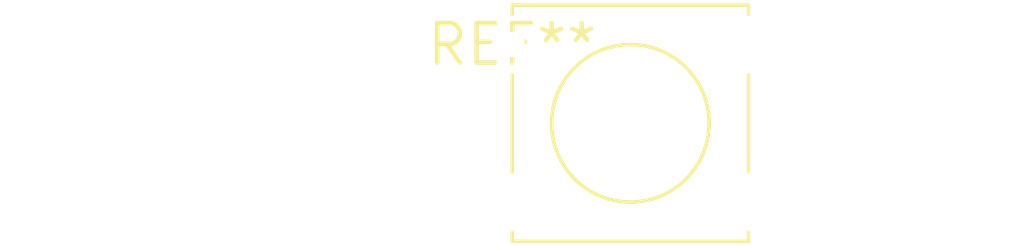
<source format=kicad_pcb>
(kicad_pcb (version 20240108) (generator pcbnew)
  (layers (0 "F.Cu" signal) (31 "B.Cu" signal) (34 "B.Paste" user) (35 "F.Paste" user) (36 "B.SilkS" user "B.Silkscreen") (37 "F.SilkS" user "F.Silkscreen") (38 "B.Mask" user) (39 "F.Mask" user) (44 "Edge.Cuts" user))
  (net 0 "")
  (footprint "SW_Tactile_Straight_KSA0Axx1LFTR" (layer "F.Cu") (at 0 0)
    (property "Reference" "REF**")
    (property "Value" "SW_Tactile_Straight_KSA0Axx1LFTR")
    (fp_line (start 0 -1.27) (end 0 -0.97) (layer "F.SilkS") (stroke (width 0.12)))
    (fp_line (start 0 -1.27) (end 7.62 -1.27) (layer "F.SilkS") (stroke (width 0.12)))
    (fp_line (start 0 0.97) (end 0 4.11) (layer "F.SilkS") (stroke (width 0.12)))
    (fp_line (start 0 6.05) (end 0 6.35) (layer "F.SilkS") (stroke (width 0.12)))
    (fp_line (start 7.62 -1.27) (end 7.62 -0.97) (layer "F.SilkS") (stroke (width 0.12)))
    (fp_line (start 7.62 0.97) (end 7.62 4.11) (layer "F.SilkS") (stroke (width 0.12)))
    (fp_line (start 7.62 6.05) (end 7.62 6.35) (layer "F.SilkS") (stroke (width 0.12)))
    (fp_line (start 7.62 6.35) (end 0 6.35) (layer "F.SilkS") (stroke (width 0.12)))
    (fp_circle (center 3.81 2.54) (end 3.81 0) (layer "F.SilkS") (stroke (width 0.12)) (fill none))
    (pad "1" thru_hole circle (at 0 0) (size 1.397 1.397) (drill 0.8128) (layers *.Cu *.Mask) (remove_unused_layers))
    (pad "1" thru_hole circle (at 7.62 0) (size 1.397 1.397) (drill 0.8128) (layers *.Cu *.Mask) (remove_unused_layers))
    (pad "2" thru_hole circle (at 0 5.08) (size 1.397 1.397) (drill 0.8128) (layers *.Cu *.Mask) (remove_unused_layers))
    (pad "2" thru_hole circle (at 7.62 5.08) (size 1.397 1.397) (drill 0.8128) (layers *.Cu *.Mask) (remove_unused_layers))
  )
)
</source>
